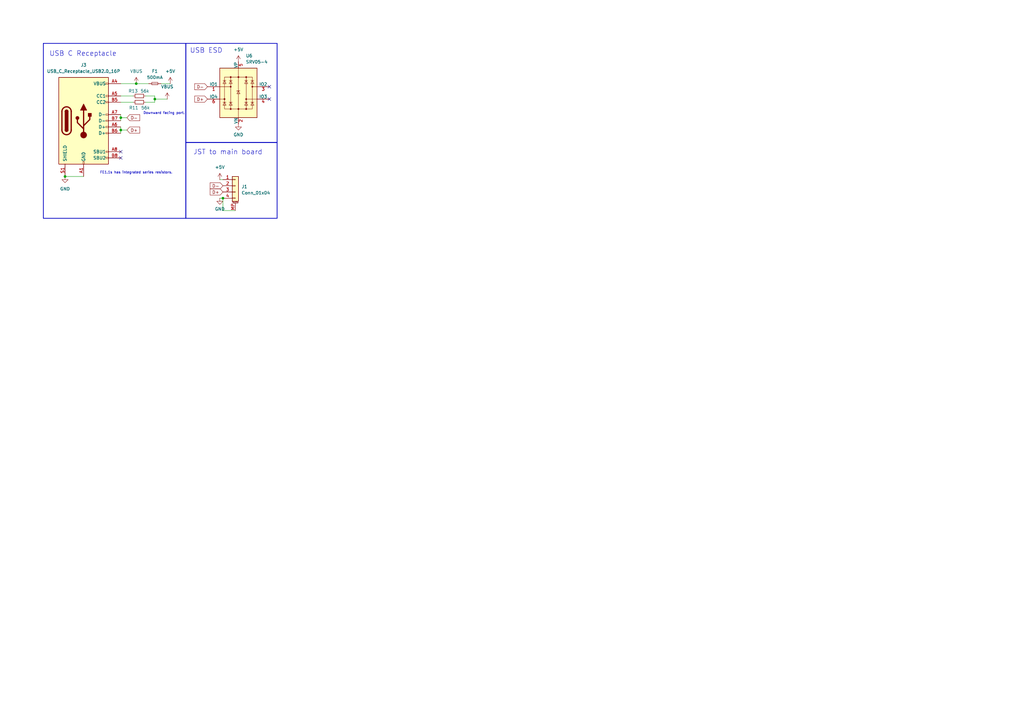
<source format=kicad_sch>
(kicad_sch (version 20231120) (generator "eeschema") (generator_version "8.0")
  (paper "A3")
  (lib_symbols
    (symbol "Connector:USB_C_Receptacle_USB2.0_16P" (pin_names (offset 1.016))
      (property "Reference" "J" (at 0 22.225 0))
      (property "Value" "USB_C_Receptacle_USB2.0_16P" (at 0 19.685 0))
      (symbol "USB_C_Receptacle_USB2.0_16P_0_0"
        (rectangle (start -0.254 -17.78) (end 0.254 -16.764))
        (rectangle (start 10.16 -14.986) (end 9.144 -15.494))
        (rectangle (start 10.16 -12.446) (end 9.144 -12.954))
        (rectangle (start 10.16 -4.826) (end 9.144 -5.334))
        (rectangle (start 10.16 -2.286) (end 9.144 -2.794))
        (rectangle (start 10.16 0.254) (end 9.144 -0.254))
        (rectangle (start 10.16 2.794) (end 9.144 2.286))
        (rectangle (start 10.16 7.874) (end 9.144 7.366))
        (rectangle (start 10.16 10.414) (end 9.144 9.906))
        (rectangle (start 10.16 15.494) (end 9.144 14.986))
      )
      (symbol "USB_C_Receptacle_USB2.0_16P_0_1"
        (rectangle (start -10.16 17.78) (end 10.16 -17.78) (stroke (width 0.254)) (fill (type background)))
        (arc (start -8.89 -3.81) (mid -6.985 -5.7067) (end -5.08 -3.81) (stroke (width 0.508)))
        (arc (start -7.62 -3.81) (mid -6.985 -4.4423) (end -6.35 -3.81) (stroke (width 0.254)))
        (arc (start -7.62 -3.81) (mid -6.985 -4.4423) (end -6.35 -3.81) (stroke (width 0.254)) (fill (type outline)))
        (rectangle (start -7.62 -3.81) (end -6.35 3.81) (stroke (width 0.254)) (fill (type outline)))
        (arc (start -6.35 3.81) (mid -6.985 4.4423) (end -7.62 3.81) (stroke (width 0.254)))
        (arc (start -6.35 3.81) (mid -6.985 4.4423) (end -7.62 3.81) (stroke (width 0.254)) (fill (type outline)))
        (arc (start -5.08 3.81) (mid -6.985 5.7067) (end -8.89 3.81) (stroke (width 0.508)))
        (circle (center -2.54 1.143) (radius 0.635) (stroke (width 0.254)) (fill (type outline)))
        (circle (center 0 -5.842) (radius 1.27) (fill (type outline)))
        (polyline (pts (xy -8.89 -3.81) (xy -8.89 3.81)) (stroke (width 0.508)))
        (polyline (pts (xy -5.08 3.81) (xy -5.08 -3.81)) (stroke (width 0.508)))
        (polyline (pts (xy 0 -5.842) (xy 0 4.318)) (stroke (width 0.508)))
        (polyline (pts (xy 0 -3.302) (xy -2.54 -0.762) (xy -2.54 0.508)) (stroke (width 0.508)))
        (polyline (pts (xy 0 -2.032) (xy 2.54 0.508) (xy 2.54 1.778)) (stroke (width 0.508)))
        (polyline (pts (xy -1.27 4.318) (xy 0 6.858) (xy 1.27 4.318) (xy -1.27 4.318)) (stroke (width 0.254)) (fill (type outline)))
        (rectangle (start 1.905 1.778) (end 3.175 3.048) (stroke (width 0.254)) (fill (type outline)))
      )
      (symbol "USB_C_Receptacle_USB2.0_16P_1_1"
        (pin passive line (at 0 -22.86 90) (length 5.08) (name "GND") (number "A1"))
        (pin passive line (at 0 -22.86 90) (length 5.08) hide (name "GND") (number "A12"))
        (pin passive line (at 15.24 15.24 180) (length 5.08) (name "VBUS") (number "A4"))
        (pin bidirectional line (at 15.24 10.16 180) (length 5.08) (name "CC1") (number "A5"))
        (pin bidirectional line (at 15.24 -2.54 180) (length 5.08) (name "D+") (number "A6"))
        (pin bidirectional line (at 15.24 2.54 180) (length 5.08) (name "D-") (number "A7"))
        (pin bidirectional line (at 15.24 -12.7 180) (length 5.08) (name "SBU1") (number "A8"))
        (pin passive line (at 15.24 15.24 180) (length 5.08) hide (name "VBUS") (number "A9"))
        (pin passive line (at 0 -22.86 90) (length 5.08) hide (name "GND") (number "B1"))
        (pin passive line (at 0 -22.86 90) (length 5.08) hide (name "GND") (number "B12"))
        (pin passive line (at 15.24 15.24 180) (length 5.08) hide (name "VBUS") (number "B4"))
        (pin bidirectional line (at 15.24 7.62 180) (length 5.08) (name "CC2") (number "B5"))
        (pin bidirectional line (at 15.24 -5.08 180) (length 5.08) (name "D+") (number "B6"))
        (pin bidirectional line (at 15.24 0 180) (length 5.08) (name "D-") (number "B7"))
        (pin bidirectional line (at 15.24 -15.24 180) (length 5.08) (name "SBU2") (number "B8"))
        (pin passive line (at 15.24 15.24 180) (length 5.08) hide (name "VBUS") (number "B9"))
        (pin passive line (at -7.62 -22.86 90) (length 5.08) (name "SHIELD") (number "S1"))
      )
    )
    (symbol "Connector_Generic_MountingPin:Conn_01x04_MountingPin" (pin_names (offset 1.016) hide)
      (property "Reference" "J" (at 0 5.08 0))
      (property "Value" "Conn_01x04_MountingPin" (at 1.27 -7.62 0))
      (symbol "Conn_01x04_MountingPin_1_1"
        (rectangle (start -1.27 -4.953) (end 0 -5.207) (stroke (width 0.1524)))
        (rectangle (start -1.27 -2.413) (end 0 -2.667) (stroke (width 0.1524)))
        (rectangle (start -1.27 0.127) (end 0 -0.127) (stroke (width 0.1524)))
        (rectangle (start -1.27 2.667) (end 0 2.413) (stroke (width 0.1524)))
        (rectangle (start -1.27 3.81) (end 1.27 -6.35) (stroke (width 0.254)) (fill (type background)))
        (polyline (pts (xy -1.016 -7.112) (xy 1.016 -7.112)) (stroke (width 0.1524)))
        (text "Mounting" (at 0 -6.731 0) (effects (font (size 0.381 0.381))))
        (pin passive line (at -5.08 2.54 0) (length 3.81) (name "Pin_1") (number "1"))
        (pin passive line (at -5.08 0 0) (length 3.81) (name "Pin_2") (number "2"))
        (pin passive line (at -5.08 -2.54 0) (length 3.81) (name "Pin_3") (number "3"))
        (pin passive line (at -5.08 -5.08 0) (length 3.81) (name "Pin_4") (number "4"))
        (pin passive line (at 0 -10.16 90) (length 3.048) (name "MountPin") (number "MP"))
      )
    )
    (symbol "Device:Fuse_Small" (pin_numbers hide) (pin_names (offset 0.254) hide)
      (property "Reference" "F" (at 0 -1.524 0))
      (property "Value" "Fuse_Small" (at 0 1.524 0))
      (symbol "Fuse_Small_0_1"
        (rectangle (start -1.27 0.508) (end 1.27 -0.508))
        (polyline (pts (xy -1.27 0) (xy 1.27 0)))
      )
      (symbol "Fuse_Small_1_1"
        (pin passive line (at -2.54 0 0) (length 1.27) (name "~") (number "1"))
        (pin passive line (at 2.54 0 180) (length 1.27) (name "~") (number "2"))
      )
    )
    (symbol "Device:R_Small" (pin_numbers hide) (pin_names (offset 0.254) hide)
      (property "Reference" "R" (at 0.762 0.508 0))
      (property "Value" "R_Small" (at 0.762 -1.016 0))
      (symbol "R_Small_0_1"
        (rectangle (start -0.762 1.778) (end 0.762 -1.778) (stroke (width 0.2032)))
      )
      (symbol "R_Small_1_1"
        (pin passive line (at 0 2.54 270) (length 0.762) (name "~") (number "1"))
        (pin passive line (at 0 -2.54 90) (length 0.762) (name "~") (number "2"))
      )
    )
    (symbol "PCM_marbastlib-various:SRV05-4" (pin_names (offset 0))
      (property "Reference" "U" (at -5.08 11.43 0))
      (property "Value" "SRV05-4" (at 2.54 11.43 0))
      (symbol "SRV05-4_0_0"
        (rectangle (start -5.715 6.477) (end 5.715 -6.604))
        (polyline (pts (xy -3.175 -6.604) (xy -3.175 6.477)))
        (polyline (pts (xy 3.175 6.477) (xy 3.175 -6.604)))
      )
      (symbol "SRV05-4_0_1"
        (rectangle (start -7.62 10.16) (end 7.62 -10.16) (stroke (width 0.254)) (fill (type background)))
        (circle (center -5.715 -2.54) (radius 0.2794) (fill (type outline)))
        (circle (center -3.175 -6.604) (radius 0.2794) (fill (type outline)))
        (circle (center -3.175 2.54) (radius 0.2794) (fill (type outline)))
        (circle (center -3.175 6.477) (radius 0.2794) (fill (type outline)))
        (circle (center 0 -6.604) (radius 0.2794) (fill (type outline)))
        (polyline (pts (xy -7.747 2.54) (xy -3.175 2.54)))
        (polyline (pts (xy -7.62 -2.54) (xy -5.715 -2.54)))
        (polyline (pts (xy -5.08 -3.81) (xy -6.35 -3.81)))
        (polyline (pts (xy -5.08 5.08) (xy -6.35 5.08)))
        (polyline (pts (xy -2.54 -3.81) (xy -3.81 -3.81)))
        (polyline (pts (xy -2.54 5.08) (xy -3.81 5.08)))
        (polyline (pts (xy 0 10.16) (xy 0 -10.16)))
        (polyline (pts (xy 3.81 -3.81) (xy 2.54 -3.81)))
        (polyline (pts (xy 3.81 5.08) (xy 2.54 5.08)))
        (polyline (pts (xy 6.35 -3.81) (xy 5.08 -3.81)))
        (polyline (pts (xy 6.35 5.08) (xy 5.08 5.08)))
        (polyline (pts (xy 7.62 -2.54) (xy 3.175 -2.54)))
        (polyline (pts (xy 7.62 2.54) (xy 5.715 2.54)))
        (polyline (pts (xy 0.635 0.889) (xy -0.635 0.889) (xy -0.635 0.635)))
        (polyline (pts (xy -5.08 -5.08) (xy -6.35 -5.08) (xy -5.715 -3.81) (xy -5.08 -5.08)))
        (polyline (pts (xy -5.08 3.81) (xy -6.35 3.81) (xy -5.715 5.08) (xy -5.08 3.81)))
        (polyline (pts (xy -2.54 -5.08) (xy -3.81 -5.08) (xy -3.175 -3.81) (xy -2.54 -5.08)))
        (polyline (pts (xy -2.54 3.81) (xy -3.81 3.81) (xy -3.175 5.08) (xy -2.54 3.81)))
        (polyline (pts (xy 0.635 -0.381) (xy -0.635 -0.381) (xy 0 0.889) (xy 0.635 -0.381)))
        (polyline (pts (xy 3.81 -5.08) (xy 2.54 -5.08) (xy 3.175 -3.81) (xy 3.81 -5.08)))
        (polyline (pts (xy 3.81 3.81) (xy 2.54 3.81) (xy 3.175 5.08) (xy 3.81 3.81)))
        (polyline (pts (xy 6.35 -5.08) (xy 5.08 -5.08) (xy 5.715 -3.81) (xy 6.35 -5.08)))
        (polyline (pts (xy 6.35 3.81) (xy 5.08 3.81) (xy 5.715 5.08) (xy 6.35 3.81)))
        (circle (center 0 6.477) (radius 0.2794) (fill (type outline)))
        (circle (center 3.175 -6.604) (radius 0.2794) (fill (type outline)))
        (circle (center 3.175 -2.54) (radius 0.2794) (fill (type outline)))
        (circle (center 3.175 6.477) (radius 0.2794) (fill (type outline)))
        (circle (center 5.715 2.54) (radius 0.2794) (fill (type outline)))
      )
      (symbol "SRV05-4_1_1"
        (pin passive line (at -12.7 2.54 0) (length 5.08) (name "IO1") (number "1"))
        (pin passive line (at 0 -12.7 90) (length 2.54) (name "VN") (number "2"))
        (pin passive line (at 12.7 2.54 180) (length 5.08) (name "IO2") (number "3"))
        (pin passive line (at 12.7 -2.54 180) (length 5.08) (name "IO3") (number "4"))
        (pin passive line (at 0 12.7 270) (length 2.54) (name "VP") (number "5"))
        (pin passive line (at -12.7 -2.54 0) (length 5.08) (name "IO4") (number "6"))
      )
    )
    (symbol "power:+5V" (power) (pin_numbers hide) (pin_names (offset 0) hide)
      (property "Value" "+5V" (at 0 3.556 0))
      (symbol "+5V_0_1"
        (polyline (pts (xy -0.762 1.27) (xy 0 2.54)))
        (polyline (pts (xy 0 0) (xy 0 2.54)))
        (polyline (pts (xy 0 2.54) (xy 0.762 1.27)))
      )
      (symbol "+5V_1_1"
        (pin power_in line (at 0 0 90) (length 0) (name "~") (number "1"))
      )
    )
    (symbol "power:GND" (power) (pin_numbers hide) (pin_names (offset 0) hide)
      (property "Value" "GND" (at 0 -3.81 0))
      (symbol "GND_0_1"
        (polyline (pts (xy 0 0) (xy 0 -1.27) (xy 1.27 -1.27) (xy 0 -2.54) (xy -1.27 -1.27) (xy 0 -1.27)))
      )
      (symbol "GND_1_1"
        (pin power_in line (at 0 0 270) (length 0) (name "~") (number "1"))
      )
    )
    (symbol "power:VBUS" (power) (pin_numbers hide) (pin_names (offset 0) hide)
      (property "Value" "VBUS" (at 0 3.556 0))
      (symbol "VBUS_0_1"
        (polyline (pts (xy -0.762 1.27) (xy 0 2.54)))
        (polyline (pts (xy 0 0) (xy 0 2.54)))
        (polyline (pts (xy 0 2.54) (xy 0.762 1.27)))
      )
      (symbol "VBUS_1_1"
        (pin power_in line (at 0 0 90) (length 0) (name "~") (number "1"))
      )
    )
  )
  (junction (at 26.67 72.39))
  (junction (at 49.53 53.34))
  (junction (at 63.5 40.64))
  (junction (at 55.88 34.29))
  (junction (at 49.53 48.26))
  (junction (at 91.44 81.28))
  (no_connect (at 110.49 35.56))
  (no_connect (at 49.53 64.77))
  (no_connect (at 49.53 62.23))
  (no_connect (at 110.49 40.64))
  (wire (pts (xy 63.5 39.37) (xy 63.5 40.64)))
  (wire (pts (xy 49.53 41.91) (xy 54.61 41.91)))
  (wire (pts (xy 91.44 81.28) (xy 91.44 86.36)))
  (wire (pts (xy 49.53 53.34) (xy 49.53 54.61)))
  (wire (pts (xy 66.04 34.29) (xy 69.85 34.29)))
  (wire (pts (xy 59.69 41.91) (xy 63.5 41.91)))
  (wire (pts (xy 49.53 46.99) (xy 49.53 48.26)))
  (wire (pts (xy 90.17 73.66) (xy 91.44 73.66)))
  (wire (pts (xy 55.88 34.29) (xy 60.96 34.29)))
  (wire (pts (xy 49.53 53.34) (xy 52.07 53.34)))
  (wire (pts (xy 63.5 39.37) (xy 59.69 39.37)))
  (wire (pts (xy 26.67 72.39) (xy 34.29 72.39)))
  (wire (pts (xy 49.53 34.29) (xy 55.88 34.29)))
  (wire (pts (xy 49.53 52.07) (xy 49.53 53.34)))
  (wire (pts (xy 63.5 40.64) (xy 63.5 41.91)))
  (wire (pts (xy 49.53 48.26) (xy 52.07 48.26)))
  (wire (pts (xy 91.44 86.36) (xy 96.52 86.36)))
  (wire (pts (xy 49.53 39.37) (xy 54.61 39.37)))
  (wire (pts (xy 90.17 81.28) (xy 91.44 81.28)))
  (wire (pts (xy 49.53 48.26) (xy 49.53 49.53)))
  (wire (pts (xy 63.5 40.64) (xy 68.58 40.64)))
  (rectangle (start 76.2 17.78) (end 113.665 58.42) (stroke (width 0.3)))
  (rectangle (start 76.2 58.42) (end 113.665 89.535) (stroke (width 0.3)))
  (rectangle (start 17.78 17.78) (end 76.2 89.535) (stroke (width 0.3)))
  (text "FE1.1s has integrated series resistors." (at 55.88 70.866 0) (effects (font (size 1 1))))
  (text "Downward facing port." (at 67.31 46.482 0) (effects (font (size 1 1))))
  (text "JST to main board" (at 93.472 62.484 0) (effects (font (size 2 2))))
  (text "USB C Receptacle" (at 34.036 22.098 0) (effects (font (size 2 2))))
  (text "USB ESD" (at 84.582 20.828 0) (effects (font (size 2 2))))
  (global_label "D-" (shape input) (at 85.09 35.56 180) (property "Intersheetrefs" "${INTERSHEET_REFS}" (effects (hide yes))))
  (global_label "D+" (shape input) (at 52.07 53.34 0) (property "Intersheetrefs" "${INTERSHEET_REFS}" (effects (hide yes))))
  (global_label "D-" (shape input) (at 91.44 76.2 180) (property "Intersheetrefs" "${INTERSHEET_REFS}" (effects (hide yes))))
  (global_label "D-" (shape input) (at 52.07 48.26 0) (property "Intersheetrefs" "${INTERSHEET_REFS}" (effects (hide yes))))
  (global_label "D+" (shape input) (at 85.09 40.64 180) (property "Intersheetrefs" "${INTERSHEET_REFS}" (effects (hide yes))))
  (global_label "D+" (shape input) (at 91.44 78.74 180) (property "Intersheetrefs" "${INTERSHEET_REFS}" (effects (hide yes))))
  (symbol (lib_id "Connector:USB_C_Receptacle_USB2.0_16P") (at 34.29 49.53 0) (unit 1)
    (property "Reference" "J3" (at 34.29 26.67 0))
    (property "Value" "USB_C_Receptacle_USB2.0_16P" (at 34.29 29.21 0))
    (property "Footprint" "g80-5000:USB-C-SMD_HANBO_MC-121-L119" (effects (hide yes)))
    (property "Datasheet" "https://www.usb.org/sites/default/files/documents/usb_type-c.zip" (effects (hide yes)))
    (property "Description" "USB 2.0-only 16P Type-C Receptacle connector" (effects (hide yes)))
  )
  (symbol (lib_id "power:+5V") (at 97.79 25.4 0) (unit 1)
    (property "Reference" "#PWR023" (effects (hide yes)))
    (property "Value" "+5V" (at 97.79 20.32 0))
    (property "Description" "Power symbol creates a global label with name \"+5V\"" (effects (hide yes)))
  )
  (symbol (lib_id "power:+5V") (at 69.85 34.29 0) (unit 1)
    (property "Reference" "#PWR040" (effects (hide yes)))
    (property "Value" "+5V" (at 69.85 29.21 0))
    (property "Description" "Power symbol creates a global label with name \"+5V\"" (effects (hide yes)))
  )
  (symbol (lib_id "power:VBUS") (at 68.58 40.64 0) (unit 1)
    (property "Reference" "#PWR01" (effects (hide yes)))
    (property "Value" "VBUS" (at 68.58 35.56 0))
    (property "Description" "Power symbol creates a global label with name \"VBUS\"" (effects (hide yes)))
  )
  (symbol (lib_id "power:VBUS") (at 55.88 34.29 0) (unit 1)
    (property "Reference" "#PWR035" (effects (hide yes)))
    (property "Value" "VBUS" (at 55.88 29.21 0))
    (property "Description" "Power symbol creates a global label with name \"VBUS\"" (effects (hide yes)))
  )
  (symbol (lib_id "power:+5V") (at 90.17 73.66 0) (unit 1)
    (property "Reference" "#PWR02" (effects (hide yes)))
    (property "Value" "+5V" (at 90.17 68.58 0))
    (property "Description" "Power symbol creates a global label with name \"+5V\"" (effects (hide yes)))
  )
  (symbol (lib_id "Device:R_Small") (at 57.15 41.91 90) (unit 1)
    (property "Reference" "R11" (at 54.864 44.196 90))
    (property "Value" "56k" (at 59.69 44.196 90))
    (property "Footprint" "Resistor_SMD:R_0402_1005Metric" (effects (hide yes)))
  )
  (symbol (lib_id "power:GND") (at 26.67 72.39 0) (unit 1)
    (property "Reference" "#PWR041" (effects (hide yes)))
    (property "Value" "GND" (at 26.67 77.47 0))
    (property "Description" "Power symbol creates a global label with name \"GND\" , ground" (effects (hide yes)))
  )
  (symbol (lib_id "Device:R_Small") (at 57.15 39.37 90) (unit 1)
    (property "Reference" "R13" (at 54.61 37.338 90))
    (property "Value" "56k" (at 59.436 37.338 90))
    (property "Footprint" "Resistor_SMD:R_0402_1005Metric" (effects (hide yes)))
  )
  (symbol (lib_id "power:GND") (at 90.17 81.28 0) (unit 1)
    (property "Reference" "#PWR022" (effects (hide yes)))
    (property "Value" "GND" (at 90.17 85.725 0))
    (property "Description" "Power symbol creates a global label with name \"GND\" , ground" (effects (hide yes)))
  )
  (symbol (lib_id "Connector_Generic_MountingPin:Conn_01x04_MountingPin") (at 96.52 76.2 0) (unit 1)
    (property "Reference" "J1" (at 99.06 76.5555 0) (effects (justify left)))
    (property "Value" "Conn_01x04" (at 99.06 79.0955 0) (effects (justify left)))
    (property "Footprint" "Connector_JST:JST_SH_SM04B-SRSS-TB_1x04-1MP_P1.00mm_Horizontal" (effects (hide yes)))
    (property "Description" "Generic connectable mounting pin connector, single row, 01x04, script generated (kicad-library-utils/schlib/autogen/connector/)" (effects (hide yes)))
  )
  (symbol (lib_id "power:GND") (at 97.79 50.8 0) (unit 1)
    (property "Reference" "#PWR033" (effects (hide yes)))
    (property "Value" "GND" (at 97.79 55.245 0))
    (property "Description" "Power symbol creates a global label with name \"GND\" , ground" (effects (hide yes)))
  )
  (symbol (lib_id "Device:Fuse_Small") (at 63.5 34.29 0) (unit 1)
    (property "Reference" "F1" (at 63.5 29.21 0))
    (property "Value" "500mA" (at 63.5 31.75 0))
    (property "Footprint" "Fuse:Fuse_1206_3216Metric" (effects (hide yes)))
  )
  (symbol (lib_id "PCM_marbastlib-various:SRV05-4") (at 97.79 38.1 0) (unit 1)
    (property "Reference" "U6" (at 100.8065 22.86 0) (effects (justify left)))
    (property "Value" "SRV05-4" (at 100.8065 25.4 0) (effects (justify left)))
    (property "Footprint" "PCM_marbastlib-various:SOT-23-6-routable" (effects (hide yes)))
    (property "Datasheet" "http://www.onsemi.com/pub/Collateral/SRV05-4-D.PDF" (effects (hide yes)))
    (property "Description" "ESD Protection Diodes with Low Clamping Voltage, SOT-23-6" (effects (hide yes)))
  )
)
</source>
